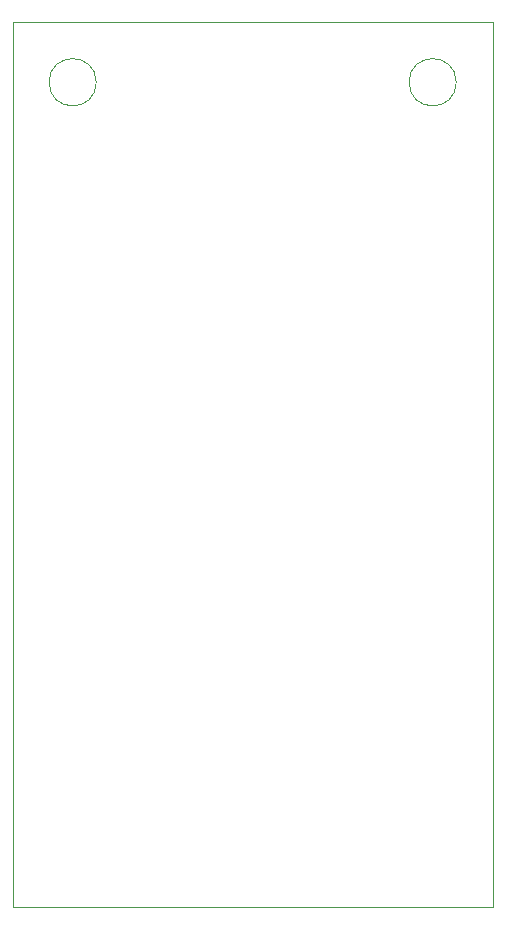
<source format=gbr>
%TF.GenerationSoftware,KiCad,Pcbnew,6.0.9-8da3e8f707~117~ubuntu20.04.1*%
%TF.CreationDate,2022-12-24T01:50:12+01:00*%
%TF.ProjectId,garden-reporter-board,67617264-656e-42d7-9265-706f72746572,2.1*%
%TF.SameCoordinates,Original*%
%TF.FileFunction,Profile,NP*%
%FSLAX46Y46*%
G04 Gerber Fmt 4.6, Leading zero omitted, Abs format (unit mm)*
G04 Created by KiCad (PCBNEW 6.0.9-8da3e8f707~117~ubuntu20.04.1) date 2022-12-24 01:50:12*
%MOMM*%
%LPD*%
G01*
G04 APERTURE LIST*
%TA.AperFunction,Profile*%
%ADD10C,0.100000*%
%TD*%
G04 APERTURE END LIST*
D10*
X140430000Y-59690000D02*
G75*
G03*
X140430000Y-59690000I-2000000J0D01*
G01*
X133350000Y-129540000D02*
X173990000Y-129540000D01*
X173990000Y-129540000D02*
X173990000Y-54610000D01*
X173990000Y-54610000D02*
X133350000Y-54610000D01*
X133350000Y-54610000D02*
X133350000Y-129540000D01*
X170910000Y-59690000D02*
G75*
G03*
X170910000Y-59690000I-2000000J0D01*
G01*
M02*

</source>
